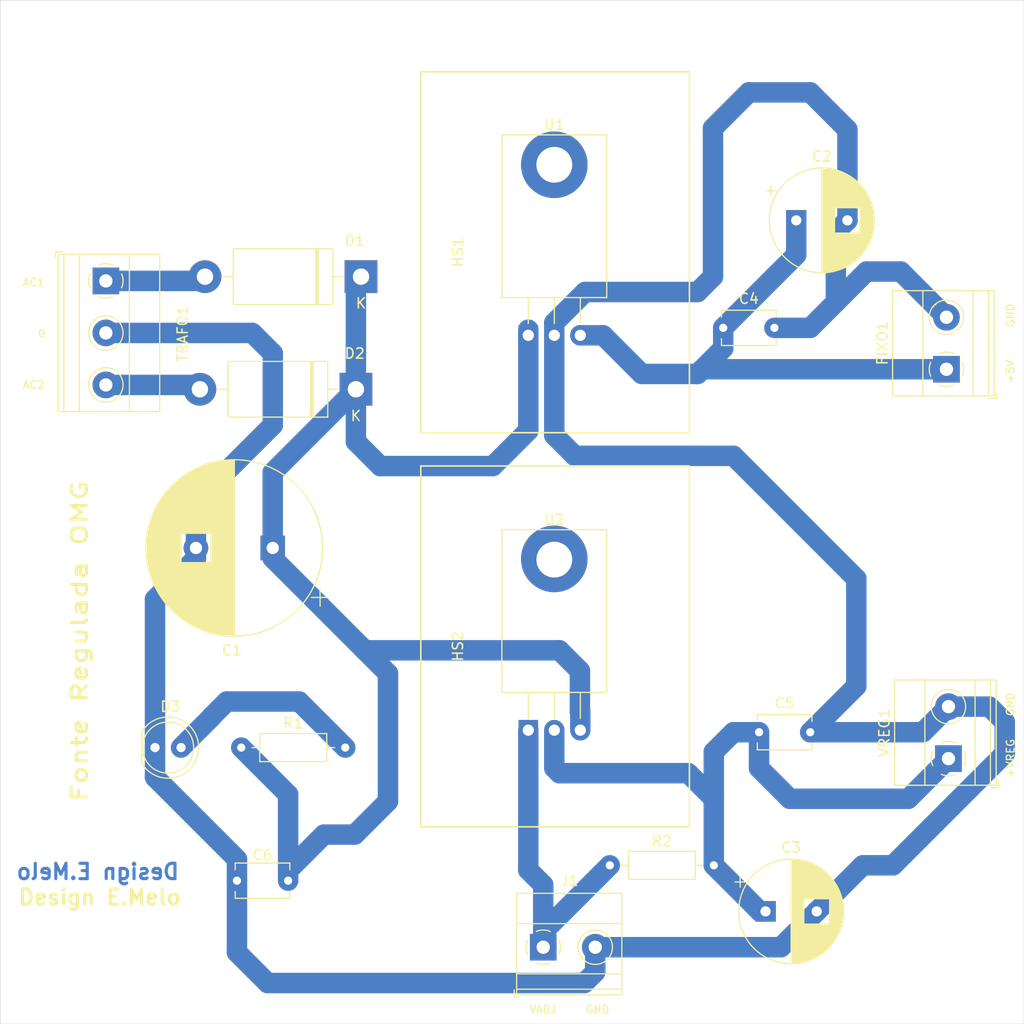
<source format=kicad_pcb>
(kicad_pcb (version 20240108) (generator "pcbnew") (generator_version "8.0")
  (layers (0 "F.Cu" signal) (31 "B.Cu" signal) (34 "B.Paste" user) (35 "F.Paste" user) (36 "B.SilkS" user "B.Silkscreen") (37 "F.SilkS" user "F.Silkscreen") (38 "B.Mask" user) (39 "F.Mask" user) (44 "Edge.Cuts" user))
  (net 0 "")
  (net 1 "GND")
  (net 2 "Net-(D1-K)")
  (net 3 "+5V")
  (net 4 "+Vadj")
  (net 5 "Net-(D1-A)")
  (net 6 "Net-(D2-A)")
  (net 7 "Net-(D3-A)")
  (net 8 "Net-(J1-Pin_1)")
  (footprint "Capacitor_THT:CP_Radial_D17.0mm_P7.50mm" (layer "F.Cu") (at 164.495267 98.5 180)
    (property "Reference" "C1" (at 3.995267 -10 0) (layer "F.SilkS"))
    (property "Value" "2200uF/50V")
    (pad "1" thru_hole rect (at 0 0 180) (size 2.4 2.4) (drill 1.2) (layers "*.Cu" "*.Mask") (net 2 "Net-(D1-K)"))
    (pad "2" thru_hole circle (at 7.5 0 180) (size 2.4 2.4) (drill 1.2) (layers "*.Cu" "*.Mask") (net 1 "GND"))
  )
  (footprint "MountingHole:MountingHole_3.2mm_M3" (layer "F.Cu") (at 142 141)
    (property "Reference" "REF**" (hide yes))
    (property "Value" "MountingHole_3.2mm_M3" (hide yes))
    (pad "" np_thru_hole circle (at 0 0) (size 3.2 3.2) (drill 3.2) (layers "F&B.Cu" "*.Mask"))
  )
  (footprint "Capacitor_THT:CP_Radial_D10.0mm_P5.00mm" (layer "F.Cu") (at 215.632323 66.5)
    (property "Reference" "C2" (at 2.5 -6.25 0) (layer "F.SilkS"))
    (property "Value" "1000uF/25V")
    (pad "1" thru_hole rect (at 0 0) (size 2 2) (drill 1) (layers "*.Cu" "*.Mask") (net 3 "+5V"))
    (pad "2" thru_hole circle (at 5 0) (size 2 2) (drill 1) (layers "*.Cu" "*.Mask") (net 1 "GND"))
  )
  (footprint "Diode_THT:D_DO-201AD_P15.24mm_Horizontal" (layer "F.Cu") (at 172.62 83 180)
    (property "Reference" "D2" (at 0.12 3.5 0) (layer "F.SilkS"))
    (property "Value" "1N5408")
    (fp_text user "K" (at 0 -2.6 0) (layer "F.SilkS"))
    (pad "1" thru_hole rect (at 0 0 180) (size 3.2 3.2) (drill 1.6) (layers "*.Cu" "*.Mask") (net 2 "Net-(D1-K)"))
    (pad "2" thru_hole oval (at 15.24 0 180) (size 3.2 3.2) (drill 1.6) (layers "*.Cu" "*.Mask") (net 6 "Net-(D2-A)"))
  )
  (footprint "Capacitor_THT:C_Disc_D5.1mm_W3.2mm_P5.00mm" (layer "F.Cu") (at 208.5 77)
    (property "Reference" "C4" (at 2.5 -2.85 0) (layer "F.SilkS"))
    (property "Value" "100nF/50V")
    (pad "1" thru_hole circle (at 0 0) (size 1.6 1.6) (drill 0.8) (layers "*.Cu" "*.Mask") (net 3 "+5V"))
    (pad "2" thru_hole circle (at 5 0) (size 1.6 1.6) (drill 0.8) (layers "*.Cu" "*.Mask") (net 1 "GND"))
  )
  (footprint "Resistor_THT:R_Axial_DIN0207_L6.3mm_D2.5mm_P10.16mm_Horizontal" (layer "F.Cu") (at 197.42 129.5)
    (property "Reference" "R2" (at 5.08 -2.37 0) (layer "F.SilkS"))
    (property "Value" "220R")
    (pad "1" thru_hole circle (at 0 0) (size 1.6 1.6) (drill 0.8) (layers "*.Cu" "*.Mask") (net 8 "Net-(J1-Pin_1)"))
    (pad "2" thru_hole oval (at 10.16 0) (size 1.6 1.6) (drill 0.8) (layers "*.Cu" "*.Mask") (net 4 "+Vadj"))
  )
  (footprint "Diode_THT:D_DO-201AD_P15.24mm_Horizontal" (layer "F.Cu") (at 173.12 72 180)
    (property "Reference" "D1" (at 0.62 3.5 0) (layer "F.SilkS"))
    (property "Value" "1N5408")
    (fp_text user "K" (at 0 -2.6 0) (layer "F.SilkS"))
    (pad "1" thru_hole rect (at 0 0 180) (size 3.2 3.2) (drill 1.6) (layers "*.Cu" "*.Mask") (net 2 "Net-(D1-K)"))
    (pad "2" thru_hole oval (at 15.24 0 180) (size 3.2 3.2) (drill 1.6) (layers "*.Cu" "*.Mask") (net 5 "Net-(D1-A)"))
  )
  (footprint "Heatsink:Heatsink_35x26mm_1xFixation3mm_Fischer-SK486-35" (layer "F.Cu") (at 192 99.57 90)
    (property "Reference" "HS2" (at -8.54 -9.42 90) (layer "F.SilkS"))
    (property "Value" "Heatsink")
    (pad "1" thru_hole circle (at 0 0 90) (size 6.49732 6.49732) (drill 3.0988) (layers "*.Cu" "*.Mask"))
  )
  (footprint "LED_THT:LED_D5.0mm" (layer "F.Cu") (at 153 118)
    (property "Reference" "D3" (at 1.5 -4 0) (layer "F.SilkS"))
    (property "Value" "Vm")
    (pad "1" thru_hole rect (at 0 0) (size 1.8 1.8) (drill 0.9) (layers "*.Cu" "*.Mask") (net 1 "GND"))
    (pad "2" thru_hole circle (at 2.54 0) (size 1.8 1.8) (drill 0.9) (layers "*.Cu" "*.Mask") (net 7 "Net-(D3-A)"))
  )
  (footprint "MountingHole:MountingHole_3.2mm_M3" (layer "F.Cu") (at 142 49)
    (property "Reference" "REF**" (hide yes))
    (property "Value" "MountingHole_3.2mm_M3" (hide yes))
    (pad "" np_thru_hole circle (at 0 0) (size 3.2 3.2) (drill 3.2) (layers "*.Cu" "*.Mask"))
  )
  (footprint "TerminalBlock_Phoenix:TerminalBlock_Phoenix_MKDS-1,5-2-5.08_1x02_P5.08mm_Horizontal" (layer "F.Cu") (at 230.5 119.08 90)
    (property "Reference" "VREG1" (at 2.54 -6.26 90) (layer "F.SilkS"))
    (property "Value" "~")
    (pad "1" thru_hole rect (at 0 0 90) (size 2.6 2.6) (drill 1.3) (layers "*.Cu" "*.Mask") (net 4 "+Vadj"))
    (pad "2" thru_hole circle (at 5.08 0 90) (size 2.6 2.6) (drill 1.3) (layers "*.Cu" "*.Mask") (net 1 "GND"))
  )
  (footprint "MountingHole:MountingHole_3.2mm_M3" (layer "F.Cu") (at 234 49)
    (property "Reference" "REF**" (hide yes))
    (property "Value" "MountingHole_3.2mm_M3" (hide yes))
    (pad "" np_thru_hole circle (at 0 0) (size 3.2 3.2) (drill 3.2) (layers "F&B.Cu" "*.Mask"))
  )
  (footprint "TerminalBlock_Phoenix:TerminalBlock_Phoenix_MKDS-1,5-3-5.08_1x03_P5.08mm_Horizontal" (layer "F.Cu") (at 148.195 72.415 -90)
    (property "Reference" "TRAFO1" (at 5.16 -7.5 90) (layer "F.SilkS"))
    (property "Value" "~")
    (pad "1" thru_hole rect (at 0 0 270) (size 2.6 2.6) (drill 1.3) (layers "*.Cu" "*.Mask") (net 5 "Net-(D1-A)"))
    (pad "2" thru_hole circle (at 5.08 0 270) (size 2.6 2.6) (drill 1.3) (layers "*.Cu" "*.Mask") (net 1 "GND"))
    (pad "3" thru_hole circle (at 10.16 0 270) (size 2.6 2.6) (drill 1.3) (layers "*.Cu" "*.Mask") (net 6 "Net-(D2-A)"))
  )
  (footprint "Heatsink:Heatsink_35x26mm_1xFixation3mm_Fischer-SK486-35" (layer "F.Cu") (at 192 61.07 90)
    (property "Reference" "HS1" (at -8.54 -9.42 90) (layer "F.SilkS"))
    (property "Value" "Heatsink")
    (pad "1" thru_hole circle (at 0 0 90) (size 6.49732 6.49732) (drill 3.0988) (layers "*.Cu" "*.Mask"))
  )
  (footprint "TerminalBlock_Phoenix:TerminalBlock_Phoenix_MKDS-1,5-2-5.08_1x02_P5.08mm_Horizontal" (layer "F.Cu") (at 230.305 81.045 90)
    (property "Reference" "FIXO1" (at 2.54 -6.26 90) (layer "F.SilkS"))
    (property "Value" "~")
    (pad "1" thru_hole rect (at 0 0 90) (size 2.6 2.6) (drill 1.3) (layers "*.Cu" "*.Mask") (net 3 "+5V"))
    (pad "2" thru_hole circle (at 5.08 0 90) (size 2.6 2.6) (drill 1.3) (layers "*.Cu" "*.Mask") (net 1 "GND"))
  )
  (footprint "TerminalBlock_Phoenix:TerminalBlock_Phoenix_MKDS-1,5-2-5.08_1x02_P5.08mm_Horizontal" (layer "F.Cu") (at 190.92 137.5)
    (property "Reference" "J1" (at 2.58 -6.5 0) (layer "F.SilkS"))
    (property "Value" "Screw_Terminal_01x02" (hide yes))
    (pad "1" thru_hole rect (at 0 0) (size 2.6 2.6) (drill 1.3) (layers "*.Cu" "*.Mask") (net 8 "Net-(J1-Pin_1)"))
    (pad "2" thru_hole circle (at 5.08 0) (size 2.6 2.6) (drill 1.3) (layers "*.Cu" "*.Mask") (net 1 "GND"))
  )
  (footprint "Capacitor_THT:CP_Radial_D10.0mm_P5.00mm" (layer "F.Cu") (at 212.632323 134)
    (property "Reference" "C3" (at 2.5 -6.25 0) (layer "F.SilkS"))
    (property "Value" "1000uF/25V")
    (pad "1" thru_hole rect (at 0 0) (size 2 2) (drill 1) (layers "*.Cu" "*.Mask") (net 4 "+Vadj"))
    (pad "2" thru_hole circle (at 5 0) (size 2 2) (drill 1) (layers "*.Cu" "*.Mask") (net 1 "GND"))
  )
  (footprint "Resistor_THT:R_Axial_DIN0207_L6.3mm_D2.5mm_P10.16mm_Horizontal" (layer "F.Cu") (at 161.42 118)
    (property "Reference" "R1" (at 5.08 -2.37 0) (layer "F.SilkS"))
    (property "Value" "1k2")
    (pad "1" thru_hole circle (at 0 0) (size 1.6 1.6) (drill 0.8) (layers "*.Cu" "*.Mask") (net 2 "Net-(D1-K)"))
    (pad "2" thru_hole oval (at 10.16 0) (size 1.6 1.6) (drill 0.8) (layers "*.Cu" "*.Mask") (net 7 "Net-(D3-A)"))
  )
  (footprint "Package_TO_SOT_THT:TO-220-3_Horizontal_TabDown" (layer "F.Cu") (at 189.46 116.3)
    (property "Reference" "U2" (at 2.54 -20.58 0) (layer "F.SilkS"))
    (property "Value" "LM317_TO-220")
    (pad "" np_thru_hole oval (at 2.54 -16.66) (size 3.5 3.5) (drill 3.5) (layers "*.Cu" "*.Mask"))
    (pad "1" thru_hole rect (at 0 0) (size 1.905 2) (drill 1.1) (layers "*.Cu" "*.Mask") (net 8 "Net-(J1-Pin_1)"))
    (pad "2" thru_hole oval (at 2.54 0) (size 1.905 2) (drill 1.1) (layers "*.Cu" "*.Mask") (net 4 "+Vadj"))
    (pad "3" thru_hole oval (at 5.08 0) (size 1.905 2) (drill 1.1) (layers "*.Cu" "*.Mask") (net 2 "Net-(D1-K)"))
  )
  (footprint "MountingHole:MountingHole_3.2mm_M3" (layer "F.Cu") (at 234 141)
    (property "Reference" "REF**" (hide yes))
    (property "Value" "MountingHole_3.2mm_M3" (hide yes))
    (pad "" np_thru_hole circle (at 0 0) (size 3.2 3.2) (drill 3.2) (layers "F&B.Cu" "*.Mask"))
  )
  (footprint "Capacitor_THT:C_Disc_D5.1mm_W3.2mm_P5.00mm" (layer "F.Cu") (at 212 116.5)
    (property "Reference" "C5" (at 2.5 -2.85 0) (layer "F.SilkS"))
    (property "Value" "100nF/50V")
    (pad "1" thru_hole circle (at 0 0) (size 1.6 1.6) (drill 0.8) (layers "*.Cu" "*.Mask") (net 4 "+Vadj"))
    (pad "2" thru_hole circle (at 5 0) (size 1.6 1.6) (drill 0.8) (layers "*.Cu" "*.Mask") (net 1 "GND"))
  )
  (footprint "Capacitor_THT:C_Disc_D5.1mm_W3.2mm_P5.00mm" (layer "F.Cu") (at 166 131 180)
    (property "Reference" "C6" (at 2.5 2.5 0) (layer "F.SilkS"))
    (property "Value" "100nF/50V")
    (pad "1" thru_hole circle (at 0 0 180) (size 1.6 1.6) (drill 0.8) (layers "*.Cu" "*.Mask") (net 2 "Net-(D1-K)"))
    (pad "2" thru_hole circle (at 5 0 180) (size 1.6 1.6) (drill 0.8) (layers "*.Cu" "*.Mask") (net 1 "GND"))
  )
  (footprint "Package_TO_SOT_THT:TO-220-3_Horizontal_TabDown" (layer "F.Cu") (at 189.46 77.73)
    (property "Reference" "U1" (at 2.54 -20.58 0) (layer "F.SilkS"))
    (property "Value" "LM7805_TO220")
    (pad "" np_thru_hole oval (at 2.54 -16.66) (size 3.5 3.5) (drill 3.5) (layers "*.Cu" "*.Mask"))
    (pad "1" thru_hole rect (at 0 0) (size 1.905 2) (drill 1.1) (layers "*.Cu" "*.Mask") (net 2 "Net-(D1-K)"))
    (pad "2" thru_hole oval (at 2.54 0) (size 1.905 2) (drill 1.1) (layers "*.Cu" "*.Mask") (net 1 "GND"))
    (pad "3" thru_hole oval (at 5.08 0) (size 1.905 2) (drill 1.1) (layers "*.Cu" "*.Mask") (net 3 "+5V"))
  )
  (gr_rect (start 137.88 45) (end 237.88 145) (stroke (width 0.05)) (fill none) (layer "Edge.Cuts"))
  (gr_text "Design E.Melo" (at 155.5 131 0) (layer "B.Cu") (effects (font (size 1.5 1.5) (thickness 0.3) (bold yes)) (justify left bottom mirror)))
  (gr_text "AC1" (at 140 73 0) (layer "F.SilkS") (effects (font (size 0.75 0.75) (thickness 0.125) (bold yes)) (justify left bottom)))
  (gr_text "0" (at 141.5 78 0) (layer "F.SilkS") (effects (font (size 0.75 0.75) (thickness 0.125) (bold yes)) (justify left bottom)))
  (gr_text "Fonte Regulada OMG" (at 146.5 123.5 90) (layer "F.SilkS") (effects (font (size 1.5 2) (thickness 0.3) (bold yes)) (justify left bottom)))
  (gr_text "GND" (at 195 144 0) (layer "F.SilkS") (effects (font (size 0.75 0.75) (thickness 0.125) (bold yes)) (justify left bottom)))
  (gr_text "VADJ" (at 189.5 144 0) (layer "F.SilkS") (effects (font (size 0.75 0.75) (thickness 0.125) (bold yes)) (justify left bottom)))
  (gr_text "GND" (at 237 77 90) (layer "F.SilkS") (effects (font (size 0.75 0.75) (thickness 0.125) (bold yes)) (justify left bottom)))
  (gr_text "+5V" (at 237 82.5 90) (layer "F.SilkS") (effects (font (size 0.75 0.75) (thickness 0.125) (bold yes)) (justify left bottom)))
  (gr_text "AC2" (at 140 83 0) (layer "F.SilkS") (effects (font (size 0.75 0.75) (thickness 0.125) (bold yes)) (justify left bottom)))
  (gr_text "Design E.Melo" (at 139.5 133.5 0) (layer "F.SilkS") (effects (font (size 1.5 1.5) (thickness 0.3) (bold yes)) (justify left bottom)))
  (gr_text "GND" (at 237 115 90) (layer "F.SilkS") (effects (font (size 0.75 0.75) (thickness 0.125) (bold yes)) (justify left bottom)))
  (gr_text "+VREG" (at 237 121 90) (layer "F.SilkS") (effects (font (size 0.75 0.75) (thickness 0.125) (bold yes)) (justify left bottom)))
  (segment (start 161 131) (end 161 138) (width 2) (layer "B.Cu") (net 1))
  (segment (start 192 87.5) (end 192 77.73) (width 2) (layer "B.Cu") (net 1))
  (segment (start 156.995267 99.504733) (end 153 103.5) (width 2) (layer "B.Cu") (net 1))
  (segment (start 230.305 75.965) (end 225.84 71.5) (width 2) (layer "B.Cu") (net 1))
  (segment (start 211 54) (end 217 54) (width 2) (layer "B.Cu") (net 1))
  (segment (start 153 120.9) (end 161 128.9) (width 2) (layer "B.Cu") (net 1))
  (segment (start 220.632323 57.632323) (end 220.632323 66.5) (width 2) (layer "B.Cu") (net 1))
  (segment (start 156.995267 94.004733) (end 164.5 86.5) (width 2) (layer "B.Cu") (net 1))
  (segment (start 236 115.5) (end 234.5 114) (width 2) (layer "B.Cu") (net 1))
  (segment (start 194.92 141) (end 196 139.92) (width 2) (layer "B.Cu") (net 1))
  (segment (start 194 89.5) (end 192 87.5) (width 2) (layer "B.Cu") (net 1))
  (segment (start 217 54) (end 220.632323 57.632323) (width 2) (layer "B.Cu") (net 1))
  (segment (start 220.632323 66.5) (end 219.5 67.632323) (width 2) (layer "B.Cu") (net 1))
  (segment (start 219 75) (end 219.5 74.5) (width 2) (layer "B.Cu") (net 1))
  (segment (start 217 77) (end 219 75) (width 2) (layer "B.Cu") (net 1))
  (segment (start 225.08 129.5) (end 222.132323 129.5) (width 2) (layer "B.Cu") (net 1))
  (segment (start 196 139.92) (end 196 137.5) (width 2) (layer "B.Cu") (net 1))
  (segment (start 156.995267 98.5) (end 156.995267 99.504733) (width 2) (layer "B.Cu") (net 1))
  (segment (start 195 73.5) (end 206 73.5) (width 2) (layer "B.Cu") (net 1))
  (segment (start 192 76.5) (end 195 73.5) (width 2) (layer "B.Cu") (net 1))
  (segment (start 236 118.58) (end 236 115.5) (width 2) (layer "B.Cu") (net 1))
  (segment (start 219.5 67.632323) (end 219.5 74.5) (width 2) (layer "B.Cu") (net 1))
  (segment (start 206 73.5) (end 207.5 72) (width 2) (layer "B.Cu") (net 1))
  (segment (start 214.132323 137.5) (end 217.632323 134) (width 2) (layer "B.Cu") (net 1))
  (segment (start 209.5 89.5) (end 194 89.5) (width 2) (layer "B.Cu") (net 1))
  (segment (start 156.995267 98.5) (end 156.995267 94.004733) (width 2) (layer "B.Cu") (net 1))
  (segment (start 161 138) (end 164 141) (width 2) (layer "B.Cu") (net 1))
  (segment (start 162.495 77.495) (end 148.195 77.495) (width 2) (layer "B.Cu") (net 1))
  (segment (start 207.5 57.5) (end 211 54) (width 2) (layer "B.Cu") (net 1))
  (segment (start 196 137.5) (end 214.132323 137.5) (width 2) (layer "B.Cu") (net 1))
  (segment (start 234.5 114) (end 230.5 114) (width 2) (layer "B.Cu") (net 1))
  (segment (start 207.5 72) (end 207.5 57.5) (width 2) (layer "B.Cu") (net 1))
  (segment (start 217 116.5) (end 221.5 112) (width 2) (layer "B.Cu") (net 1))
  (segment (start 161 128.9) (end 161 131) (width 2) (layer "B.Cu") (net 1))
  (segment (start 236 118.58) (end 225.08 129.5) (width 2) (layer "B.Cu") (net 1))
  (segment (start 228 116.5) (end 230.5 114) (width 2) (layer "B.Cu") (net 1))
  (segment (start 221.5 101.5) (end 209.5 89.5) (width 2) (layer "B.Cu") (net 1))
  (segment (start 222.5 71.5) (end 219.5 74.5) (width 2) (layer "B.Cu") (net 1))
  (segment (start 192 77.73) (end 192 76.5) (width 2) (layer "B.Cu") (net 1))
  (segment (start 153 118) (end 153 120.9) (width 2) (layer "B.Cu") (net 1))
  (segment (start 153 103.5) (end 153 118) (width 2) (layer "B.Cu") (net 1))
  (segment (start 164.5 86.5) (end 164.5 79.5) (width 2) (layer "B.Cu") (net 1))
  (segment (start 164.5 79.5) (end 162.495 77.495) (width 2) (layer "B.Cu") (net 1))
  (segment (start 221.5 112) (end 221.5 101.5) (width 2) (layer "B.Cu") (net 1))
  (segment (start 217.632323 134) (end 222.132323 129.5) (width 2) (layer "B.Cu") (net 1))
  (segment (start 217 116.5) (end 228 116.5) (width 2) (layer "B.Cu") (net 1))
  (segment (start 213.5 77) (end 217 77) (width 2) (layer "B.Cu") (net 1))
  (segment (start 164 141) (end 194.92 141) (width 2) (layer "B.Cu") (net 1))
  (segment (start 225.84 71.5) (end 222.5 71.5) (width 2) (layer "B.Cu") (net 1))
  (segment (start 192.5 108.5) (end 194.5 110.5) (width 2) (layer "B.Cu") (net 2))
  (segment (start 186 90.5) (end 189.46 87.04) (width 2) (layer "B.Cu") (net 2))
  (segment (start 172.62 88.12) (end 175 90.5) (width 2) (layer "B.Cu") (net 2))
  (segment (start 172.62 72.5) (end 173.12 72) (width 2) (layer "B.Cu") (net 2))
  (segment (start 172.62 83) (end 172.62 72.5) (width 2) (layer "B.Cu") (net 2))
  (segment (start 166 130) (end 169.5 126.5) (width 2) (layer "B.Cu") (net 2))
  (segment (start 189.46 77.73) (end 189.46 77.178405) (width 2) (layer "B.Cu") (net 2))
  (segment (start 175.75 123.25) (end 175.75 110.75) (width 2) (layer "B.Cu") (net 2))
  (segment (start 166 131) (end 166 125.5) (width 2) (layer "B.Cu") (net 2))
  (segment (start 172.62 83) (end 172.62 88.12) (width 2) (layer "B.Cu") (net 2))
  (segment (start 173.5 108.5) (end 192.5 108.5) (width 2) (layer "B.Cu") (net 2))
  (segment (start 166 125.5) (end 166 122.58) (width 2) (layer "B.Cu") (net 2))
  (segment (start 175 90.5) (end 186 90.5) (width 2) (layer "B.Cu") (net 2))
  (segment (start 172.5 126.5) (end 175.75 123.25) (width 2) (layer "B.Cu") (net 2))
  (segment (start 194.5 110.5) (end 194.5 114.5) (width 2) (layer "B.Cu") (net 2))
  (segment (start 164.495267 91.124733) (end 172.62 83) (width 2) (layer "B.Cu") (net 2))
  (segment (start 194.54 114.54) (end 194.54 116.3) (width 2) (layer "B.Cu") (net 2))
  (segment (start 194.5 114.5) (end 194.54 114.54) (width 2) (layer "B.Cu") (net 2))
  (segment (start 164.495267 99.495267) (end 173.25 108.25) (width 2) (layer "B.Cu") (net 2))
  (segment (start 175.75 110.75) (end 173.25 108.25) (width 2) (layer "B.Cu") (net 2))
  (segment (start 189.46 87.04) (end 189.46 77.73) (width 2) (layer "B.Cu") (net 2))
  (segment (start 169.5 126.5) (end 172.5 126.5) (width 2) (layer "B.Cu") (net 2))
  (segment (start 166 122.58) (end 161.42 118) (width 2) (layer "B.Cu") (net 2))
  (segment (start 164.495267 98.5) (end 164.495267 91.124733) (width 2) (layer "B.Cu") (net 2))
  (segment (start 173.25 108.25) (end 173.5 108.5) (width 2) (layer "B.Cu") (net 2))
  (segment (start 164.495267 98.5) (end 164.495267 99.495267) (width 2) (layer "B.Cu") (net 2))
  (segment (start 215.632323 66.5) (end 215.632323 69.867677) (width 2) (layer "B.Cu") (net 3))
  (segment (start 194.54 77.73) (end 196.77 77.73) (width 2) (layer "B.Cu") (net 3))
  (segment (start 206.455 81.045) (end 206 81.5) (width 2) (layer "B.Cu") (net 3))
  (segment (start 230.305 81.045) (end 206.455 81.045) (width 2) (layer "B.Cu") (net 3))
  (segment (start 206 81.5) (end 208.5 79) (width 2) (layer "B.Cu") (net 3))
  (segment (start 215.632323 69.867677) (end 213.5 72) (width 2) (layer "B.Cu") (net 3))
  (segment (start 196.77 77.73) (end 200.54 81.5) (width 2) (layer "B.Cu") (net 3))
  (segment (start 200.54 81.5) (end 206 81.5) (width 2) (layer "B.Cu") (net 3))
  (segment (start 208.5 79) (end 208.5 77) (width 2) (layer "B.Cu") (net 3))
  (segment (start 213.5 72) (end 208.5 77) (width 2) (layer "B.Cu") (net 3))
  (segment (start 212.08 134) (end 207.58 129.5) (width 2) (layer "B.Cu") (net 4))
  (segment (start 192 116.3) (end 192 120) (width 2) (layer "B.Cu") (net 4))
  (segment (start 207.58 123) (end 207.58 118.42) (width 2) (layer "B.Cu") (net 4))
  (segment (start 207.58 118.42) (end 209.5 116.5) (width 2) (layer "B.Cu") (net 4))
  (segment (start 212.632323 134) (end 212.08 134) (width 2) (layer "B.Cu") (net 4))
  (segment (start 212 120) (end 212 116.5) (width 2) (layer "B.Cu") (net 4))
  (segment (start 215 123) (end 212 120) (width 2) (layer "B.Cu") (net 4))
  (segment (start 226.58 123) (end 215 123) (width 2) (layer "B.Cu") (net 4))
  (segment (start 192 120) (end 192.5 120.5) (width 2) (layer "B.Cu") (net 4))
  (segment (start 205.08 120.5) (end 207.58 123) (width 2) (layer "B.Cu") (net 4))
  (segment (start 192.5 120.5) (end 205.08 120.5) (width 2) (layer "B.Cu") (net 4))
  (segment (start 209.5 116.5) (end 212 116.5) (width 2) (layer "B.Cu") (net 4))
  (segment (start 207.58 129.5) (end 207.58 123) (width 2) (layer "B.Cu") (net 4))
  (segment (start 230.5 119.08) (end 226.58 123) (width 2) (layer "B.Cu") (net 4))
  (segment (start 157.465 72.415) (end 157.88 72) (width 2) (layer "B.Cu") (net 5))
  (segment (start 148.195 72.415) (end 157.465 72.415) (width 2) (layer "B.Cu") (net 5))
  (segment (start 156.955 82.575) (end 157.38 83) (width 2) (layer "B.Cu") (net 6))
  (segment (start 148.195 82.575) (end 156.955 82.575) (width 2) (layer "B.Cu") (net 6))
  (segment (start 158.5 115) (end 160 113.5) (width 2) (layer "B.Cu") (net 7))
  (segment (start 158.5 115.04) (end 158.5 115) (width 2) (layer "B.Cu") (net 7))
  (segment (start 171.58 118) (end 167.08 113.5) (width 2) (layer "B.Cu") (net 7))
  (segment (start 160 113.5) (end 167.08 113.5) (width 2) (layer "B.Cu") (net 7))
  (segment (start 158.5 115.04) (end 155.54 118) (width 2) (layer "B.Cu") (net 7))
  (segment (start 190.92 131.42) (end 189.46 129.96) (width 2) (layer "B.Cu") (net 8))
  (segment (start 190.92 136) (end 197.42 129.5) (width 2) (layer "B.Cu") (net 8))
  (segment (start 189.46 129.96) (end 189.46 116.3) (width 2) (layer "B.Cu") (net 8))
  (segment (start 190.92 137.5) (end 190.92 131.42) (width 2) (layer "B.Cu") (net 8))
)
</source>
